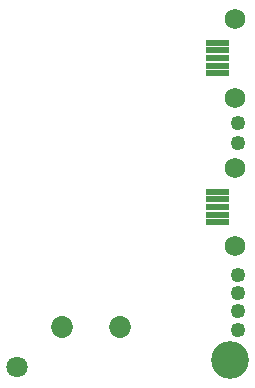
<source format=gbr>
G04 start of page 6 for group -4063 idx -4063 *
G04 Title: (unknown), componentmask *
G04 Creator: pcb 4.2.0 *
G04 CreationDate: Fri Mar 27 23:03:46 2020 UTC *
G04 For: blinken *
G04 Format: Gerber/RS-274X *
G04 PCB-Dimensions (mm): 65.00 56.00 *
G04 PCB-Coordinate-Origin: lower left *
%MOMM*%
%FSLAX43Y43*%
%LNTOPMASK*%
%ADD51C,0.002*%
%ADD50C,1.800*%
%ADD49C,1.254*%
%ADD48C,3.200*%
%ADD47C,1.752*%
%ADD46C,1.852*%
G54D46*X12550Y27150D03*
X7650D03*
G54D47*X22250Y34000D03*
Y40650D03*
Y46600D03*
Y53250D03*
G54D48*X21850Y24400D03*
G54D49*X22500Y26900D03*
Y28500D03*
Y30050D03*
Y31600D03*
G54D50*X3800Y23800D03*
G54D49*X22500Y42800D03*
Y44450D03*
G54D51*G36*
X19848Y36302D02*Y35798D01*
X21752D01*
Y36302D01*
X19848D01*
G37*
G36*
Y38902D02*Y38398D01*
X21752D01*
Y38902D01*
X19848D01*
G37*
G36*
Y36952D02*Y36448D01*
X21752D01*
Y36952D01*
X19848D01*
G37*
G36*
Y37602D02*Y37098D01*
X21752D01*
Y37602D01*
X19848D01*
G37*
G36*
Y38252D02*Y37748D01*
X21752D01*
Y38252D01*
X19848D01*
G37*
G36*
Y48902D02*Y48398D01*
X21752D01*
Y48902D01*
X19848D01*
G37*
G36*
Y51502D02*Y50998D01*
X21752D01*
Y51502D01*
X19848D01*
G37*
G36*
Y49552D02*Y49048D01*
X21752D01*
Y49552D01*
X19848D01*
G37*
G36*
Y50202D02*Y49698D01*
X21752D01*
Y50202D01*
X19848D01*
G37*
G36*
Y50852D02*Y50348D01*
X21752D01*
Y50852D01*
X19848D01*
G37*
M02*

</source>
